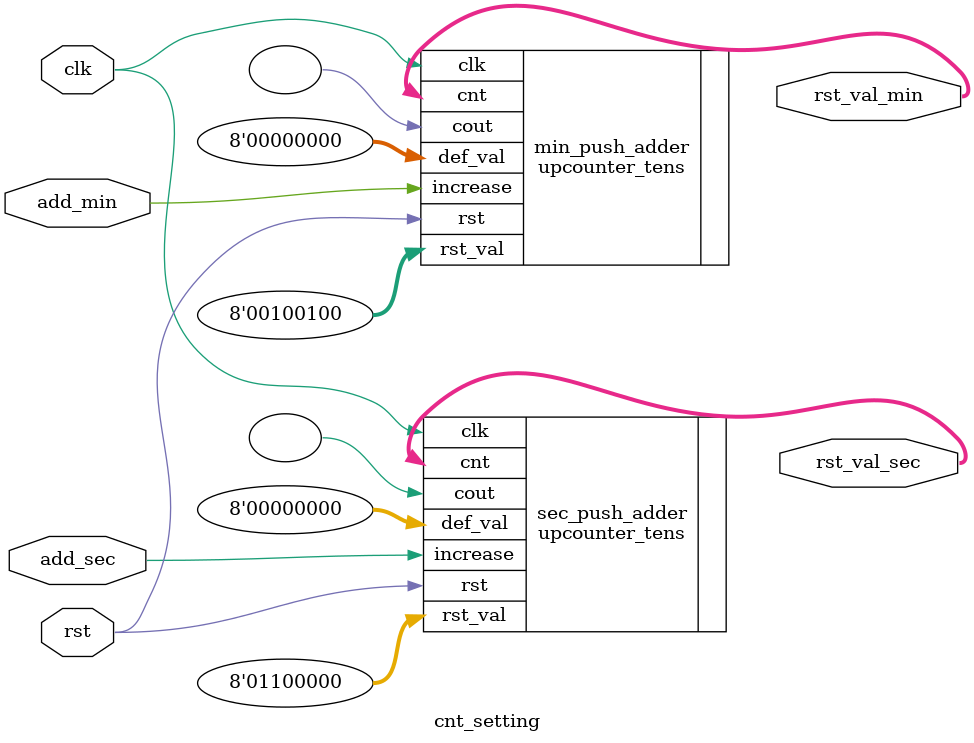
<source format=v>
`timescale 1ns / 1ps
module cnt_setting(
	clk,
	rst,
	add_sec,
	add_min,
	rst_val_sec,
	rst_val_min
);

	// Control
	input clk;
	input rst;
	input add_sec, add_min;

	// Value Output
	output [7:0] rst_val_sec, rst_val_min;

upcounter_tens sec_push_adder(
	.cnt(rst_val_sec),
	.increase(add_sec),
	.cout(),
	.rst_val({4'd6, 4'd0}),
	.def_val({4'd0, 4'd0}),
	.clk(clk),
	.rst(rst)
);

upcounter_tens min_push_adder(
	.cnt(rst_val_min),
	.increase(add_min),
	.cout(),
	.rst_val({4'd2, 4'd4}),
	.def_val({4'd0, 4'd0}),
	.clk(clk),
	.rst(rst)
);

endmodule

</source>
